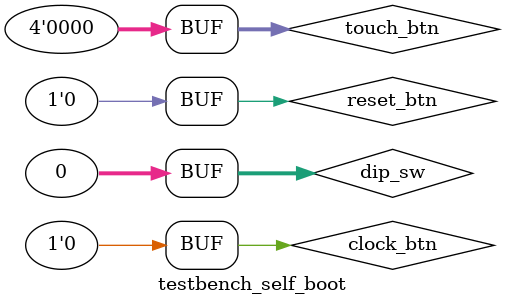
<source format=sv>
`timescale 1ns / 1ps

`include "cpu_defs.vh"

module testbench_self_boot();

wire clk_50M, clk_11M0592, clk_125M, clk_125M_90deg;

reg clock_btn = 0;          // BTN5手动时钟按钮开关，带消抖电路，按下时为1
reg reset_btn = 0;          // BTN6手动复位按钮开关，带消抖电路，按下时为1

reg[3:0]  touch_btn = '0;   // BTN1~BTN4，按钮开关，按下时为1
reg[31:0] dip_sw = '0;      // 32位拨码开关，拨到“ON”时为1

wire[15:0] leds;            // 16位LED，输出时1点亮
wire[7:0]  dpy0;            // 数码管低位信号，包括小数点，输出1点亮
wire[7:0]  dpy1;            // 数码管高位信号，包括小数点，输出1点亮

wire txd;                   // 直连串口发送端
wire rxd;                   // 直连串口接收端

wire[31:0] base_ram_data;   // BaseRAM数据，低8位与CPLD串口控制器共享
wire[19:0] base_ram_addr;   // BaseRAM地址
wire[3:0] base_ram_be_n;    // BaseRAM字节使能，低有效。如果不使用字节使能，请保持为0
wire base_ram_ce_n;         // BaseRAM片选，低有效
wire base_ram_oe_n;         // BaseRAM读使能，低有效
wire base_ram_we_n;         // BaseRAM写使能，低有效

wire[31:0] ext_ram_data;    // ExtRAM数据
wire[19:0] ext_ram_addr;    // ExtRAM地址
wire[3:0] ext_ram_be_n;     // ExtRAM字节使能，低有效。如果不使用字节使能，请保持为0
wire ext_ram_ce_n;          // ExtRAM片选，低有效
wire ext_ram_oe_n;          // ExtRAM读使能，低有效
wire ext_ram_we_n;          // ExtRAM写使能，低有效

wire [22:0]flash_a;         // Flash地址，a0仅在8bit模式有效，16bit模式无意义
wire [15:0]flash_d;         // Flash数据
wire flash_rp_n;            // Flash复位信号，低有效
wire flash_vpen;            // Flash写保护信号，低电平时不能擦除、烧写
wire flash_ce_n;            // Flash片选信号，低有效
wire flash_oe_n;            // Flash读使能信号，低有效
wire flash_we_n;            // Flash写使能信号，低有效
wire flash_byte_n;          // Flash 8bit模式选择，低有效。在使用flash的16位模式时请设为1

wire uart_rdn;              // 读串口信号，低有效
wire uart_wrn;              // 写串口信号，低有效
wire uart_dataready;        // 串口数据准备好
wire uart_tbre;             // 发送数据标志
wire uart_tsre;             // 数据发送完毕标志

thinpad_top dut(
    .clk_50M(clk_50M),
    .clk_11M0592(clk_11M0592),
    .clock_btn(clock_btn),
    .reset_btn(reset_btn),
    .touch_btn(touch_btn),
    .dip_sw(dip_sw),
    .leds(leds),
    .dpy1(dpy1),
    .dpy0(dpy0),
    .txd(txd),
    .rxd(rxd),
    .uart_rdn(uart_rdn),
    .uart_wrn(uart_wrn),
    .uart_dataready(uart_dataready),
    .uart_tbre(uart_tbre),
    .uart_tsre(uart_tsre),
    .base_ram_data(base_ram_data),
    .base_ram_addr(base_ram_addr),
    .base_ram_ce_n(base_ram_ce_n),
    .base_ram_oe_n(base_ram_oe_n),
    .base_ram_we_n(base_ram_we_n),
    .base_ram_be_n(base_ram_be_n),
    .ext_ram_data(ext_ram_data),
    .ext_ram_addr(ext_ram_addr),
    .ext_ram_ce_n(ext_ram_ce_n),
    .ext_ram_oe_n(ext_ram_oe_n),
    .ext_ram_we_n(ext_ram_we_n),
    .ext_ram_be_n(ext_ram_be_n),
    .flash_d(flash_d),
    .flash_a(flash_a),
    .flash_rp_n(flash_rp_n),
    .flash_vpen(flash_vpen),
    .flash_oe_n(flash_oe_n),
    .flash_ce_n(flash_ce_n),
    .flash_byte_n(flash_byte_n),
    .flash_we_n(flash_we_n)
);

// 需要把这个放到Simulation Source里面
parameter term_file = "console_test.mem";

// CPLD 串口仿真模型
cpld_model cpld(
    .clk_uart(clk_11M0592),
    .uart_rdn(uart_rdn),
    .uart_wrn(uart_wrn),
    .uart_dataready(uart_dataready),
    .uart_tbre(uart_tbre),
    .uart_tsre(uart_tsre),
    .data(base_ram_data[7:0])
);

// 时钟源
clock osc(
    .clk_11M0592(clk_11M0592),
    .clk_50M(clk_50M),
    .clk_125M(clk_125M),
    .clk_125M_90deg(clk_125M_90deg)
);

// BaseRAM 仿真模型
sram_model base1(
            .DataIO(base_ram_data[15:0]),
            .Address(base_ram_addr[19:0]),
            .OE_n(base_ram_oe_n),
            .CE_n(base_ram_ce_n),
            .WE_n(base_ram_we_n),
            .LB_n(base_ram_be_n[0]),
            .UB_n(base_ram_be_n[1]));
sram_model base2(
            .DataIO(base_ram_data[31:16]),
            .Address(base_ram_addr[19:0]),
            .OE_n(base_ram_oe_n),
            .CE_n(base_ram_ce_n),
            .WE_n(base_ram_we_n),
            .LB_n(base_ram_be_n[2]),
            .UB_n(base_ram_be_n[3]));

// ExtRAM 仿真模型
sram_model ext1(
            .DataIO(ext_ram_data[15:0]),
            .Address(ext_ram_addr[19:0]),
            .OE_n(ext_ram_oe_n),
            .CE_n(ext_ram_ce_n),
            .WE_n(ext_ram_we_n),
            .LB_n(ext_ram_be_n[0]),
            .UB_n(ext_ram_be_n[1]));

sram_model ext2(
            .DataIO(ext_ram_data[31:16]),
            .Address(ext_ram_addr[19:0]),
            .OE_n(ext_ram_oe_n),
            .CE_n(ext_ram_ce_n),
            .WE_n(ext_ram_we_n),
            .LB_n(ext_ram_be_n[2]),
            .UB_n(ext_ram_be_n[3]));

// 初始按一下 reset
initial begin
    reset_btn = 1;
    #4000;
    reset_btn = 0;
end

// initial begin
//     byte term_array[0:1048575];
//     integer file_id, file_size;
//     file_id = $fopen(term_file, "rb");
//     if (!file_id) begin
//         file_size = 0;
//         $display("Failed to open term file");
//     end else begin
//         file_size = $fread(term_array, file_id);
//         $fclose(file_id);
//     end
//     $display("term size(bytes): %d", file_size);
//     #10000;
//     cpld.pc_send_byte(0); // 第一个字节可能会因为CPU写串口被吃掉
//     for (integer i = 0; i < file_size; i ++) begin
//         wait(uart_dataready == 0); // 等待 CPU 收了
//         $display("Mock send: 0x%02x", term_array[i]);
//         cpld.pc_send_byte(term_array[i]);
        
//     end
// end

endmodule

</source>
